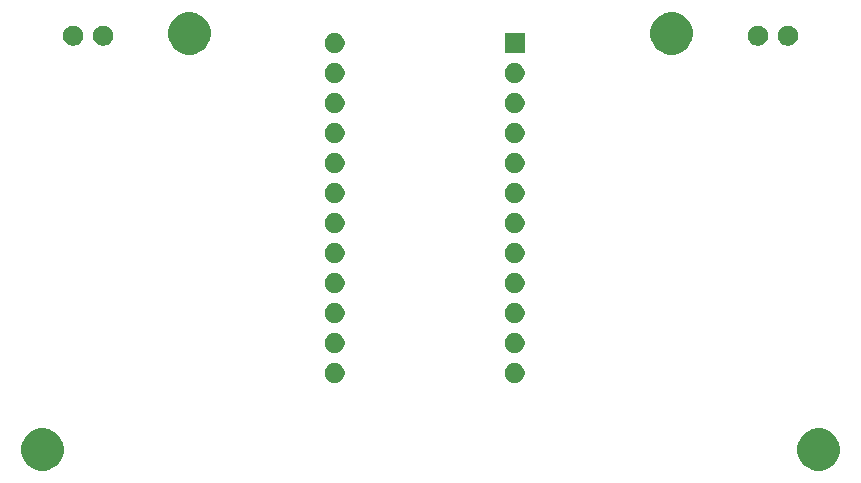
<source format=gbr>
G04 #@! TF.GenerationSoftware,KiCad,Pcbnew,5.0.2+dfsg1-1~bpo9+1*
G04 #@! TF.CreationDate,2018-12-22T15:32:15+00:00*
G04 #@! TF.ProjectId,arduino_controller,61726475-696e-46f5-9f63-6f6e74726f6c,rev?*
G04 #@! TF.SameCoordinates,Original*
G04 #@! TF.FileFunction,Soldermask,Bot*
G04 #@! TF.FilePolarity,Negative*
%FSLAX46Y46*%
G04 Gerber Fmt 4.6, Leading zero omitted, Abs format (unit mm)*
G04 Created by KiCad (PCBNEW 5.0.2+dfsg1-1~bpo9+1) date Sat 22 Dec 2018 15:32:15 GMT*
%MOMM*%
%LPD*%
G01*
G04 APERTURE LIST*
%ADD10C,0.100000*%
G04 APERTURE END LIST*
D10*
G36*
X83773831Y-185212211D02*
X84101592Y-185347974D01*
X84396573Y-185545074D01*
X84647426Y-185795927D01*
X84844526Y-186090908D01*
X84980289Y-186418669D01*
X85049500Y-186766616D01*
X85049500Y-187121384D01*
X84980289Y-187469331D01*
X84844526Y-187797092D01*
X84647426Y-188092073D01*
X84396573Y-188342926D01*
X84101592Y-188540026D01*
X83773831Y-188675789D01*
X83425884Y-188745000D01*
X83071116Y-188745000D01*
X82723169Y-188675789D01*
X82395408Y-188540026D01*
X82100427Y-188342926D01*
X81849574Y-188092073D01*
X81652474Y-187797092D01*
X81516711Y-187469331D01*
X81447500Y-187121384D01*
X81447500Y-186766616D01*
X81516711Y-186418669D01*
X81652474Y-186090908D01*
X81849574Y-185795927D01*
X82100427Y-185545074D01*
X82395408Y-185347974D01*
X82723169Y-185212211D01*
X83071116Y-185143000D01*
X83425884Y-185143000D01*
X83773831Y-185212211D01*
X83773831Y-185212211D01*
G37*
G36*
X18051331Y-185212211D02*
X18379092Y-185347974D01*
X18674073Y-185545074D01*
X18924926Y-185795927D01*
X19122026Y-186090908D01*
X19257789Y-186418669D01*
X19327000Y-186766616D01*
X19327000Y-187121384D01*
X19257789Y-187469331D01*
X19122026Y-187797092D01*
X18924926Y-188092073D01*
X18674073Y-188342926D01*
X18379092Y-188540026D01*
X18051331Y-188675789D01*
X17703384Y-188745000D01*
X17348616Y-188745000D01*
X17000669Y-188675789D01*
X16672908Y-188540026D01*
X16377927Y-188342926D01*
X16127074Y-188092073D01*
X15929974Y-187797092D01*
X15794211Y-187469331D01*
X15725000Y-187121384D01*
X15725000Y-186766616D01*
X15794211Y-186418669D01*
X15929974Y-186090908D01*
X16127074Y-185795927D01*
X16377927Y-185545074D01*
X16672908Y-185347974D01*
X17000669Y-185212211D01*
X17348616Y-185143000D01*
X17703384Y-185143000D01*
X18051331Y-185212211D01*
X18051331Y-185212211D01*
G37*
G36*
X57753728Y-179631203D02*
X57908600Y-179695353D01*
X58047981Y-179788485D01*
X58166515Y-179907019D01*
X58259647Y-180046400D01*
X58323797Y-180201272D01*
X58356500Y-180365684D01*
X58356500Y-180533316D01*
X58323797Y-180697728D01*
X58259647Y-180852600D01*
X58166515Y-180991981D01*
X58047981Y-181110515D01*
X57908600Y-181203647D01*
X57753728Y-181267797D01*
X57589316Y-181300500D01*
X57421684Y-181300500D01*
X57257272Y-181267797D01*
X57102400Y-181203647D01*
X56963019Y-181110515D01*
X56844485Y-180991981D01*
X56751353Y-180852600D01*
X56687203Y-180697728D01*
X56654500Y-180533316D01*
X56654500Y-180365684D01*
X56687203Y-180201272D01*
X56751353Y-180046400D01*
X56844485Y-179907019D01*
X56963019Y-179788485D01*
X57102400Y-179695353D01*
X57257272Y-179631203D01*
X57421684Y-179598500D01*
X57589316Y-179598500D01*
X57753728Y-179631203D01*
X57753728Y-179631203D01*
G37*
G36*
X42513728Y-179631203D02*
X42668600Y-179695353D01*
X42807981Y-179788485D01*
X42926515Y-179907019D01*
X43019647Y-180046400D01*
X43083797Y-180201272D01*
X43116500Y-180365684D01*
X43116500Y-180533316D01*
X43083797Y-180697728D01*
X43019647Y-180852600D01*
X42926515Y-180991981D01*
X42807981Y-181110515D01*
X42668600Y-181203647D01*
X42513728Y-181267797D01*
X42349316Y-181300500D01*
X42181684Y-181300500D01*
X42017272Y-181267797D01*
X41862400Y-181203647D01*
X41723019Y-181110515D01*
X41604485Y-180991981D01*
X41511353Y-180852600D01*
X41447203Y-180697728D01*
X41414500Y-180533316D01*
X41414500Y-180365684D01*
X41447203Y-180201272D01*
X41511353Y-180046400D01*
X41604485Y-179907019D01*
X41723019Y-179788485D01*
X41862400Y-179695353D01*
X42017272Y-179631203D01*
X42181684Y-179598500D01*
X42349316Y-179598500D01*
X42513728Y-179631203D01*
X42513728Y-179631203D01*
G37*
G36*
X57753728Y-177091203D02*
X57908600Y-177155353D01*
X58047981Y-177248485D01*
X58166515Y-177367019D01*
X58259647Y-177506400D01*
X58323797Y-177661272D01*
X58356500Y-177825684D01*
X58356500Y-177993316D01*
X58323797Y-178157728D01*
X58259647Y-178312600D01*
X58166515Y-178451981D01*
X58047981Y-178570515D01*
X57908600Y-178663647D01*
X57753728Y-178727797D01*
X57589316Y-178760500D01*
X57421684Y-178760500D01*
X57257272Y-178727797D01*
X57102400Y-178663647D01*
X56963019Y-178570515D01*
X56844485Y-178451981D01*
X56751353Y-178312600D01*
X56687203Y-178157728D01*
X56654500Y-177993316D01*
X56654500Y-177825684D01*
X56687203Y-177661272D01*
X56751353Y-177506400D01*
X56844485Y-177367019D01*
X56963019Y-177248485D01*
X57102400Y-177155353D01*
X57257272Y-177091203D01*
X57421684Y-177058500D01*
X57589316Y-177058500D01*
X57753728Y-177091203D01*
X57753728Y-177091203D01*
G37*
G36*
X42513728Y-177091203D02*
X42668600Y-177155353D01*
X42807981Y-177248485D01*
X42926515Y-177367019D01*
X43019647Y-177506400D01*
X43083797Y-177661272D01*
X43116500Y-177825684D01*
X43116500Y-177993316D01*
X43083797Y-178157728D01*
X43019647Y-178312600D01*
X42926515Y-178451981D01*
X42807981Y-178570515D01*
X42668600Y-178663647D01*
X42513728Y-178727797D01*
X42349316Y-178760500D01*
X42181684Y-178760500D01*
X42017272Y-178727797D01*
X41862400Y-178663647D01*
X41723019Y-178570515D01*
X41604485Y-178451981D01*
X41511353Y-178312600D01*
X41447203Y-178157728D01*
X41414500Y-177993316D01*
X41414500Y-177825684D01*
X41447203Y-177661272D01*
X41511353Y-177506400D01*
X41604485Y-177367019D01*
X41723019Y-177248485D01*
X41862400Y-177155353D01*
X42017272Y-177091203D01*
X42181684Y-177058500D01*
X42349316Y-177058500D01*
X42513728Y-177091203D01*
X42513728Y-177091203D01*
G37*
G36*
X57753728Y-174551203D02*
X57908600Y-174615353D01*
X58047981Y-174708485D01*
X58166515Y-174827019D01*
X58259647Y-174966400D01*
X58323797Y-175121272D01*
X58356500Y-175285684D01*
X58356500Y-175453316D01*
X58323797Y-175617728D01*
X58259647Y-175772600D01*
X58166515Y-175911981D01*
X58047981Y-176030515D01*
X57908600Y-176123647D01*
X57753728Y-176187797D01*
X57589316Y-176220500D01*
X57421684Y-176220500D01*
X57257272Y-176187797D01*
X57102400Y-176123647D01*
X56963019Y-176030515D01*
X56844485Y-175911981D01*
X56751353Y-175772600D01*
X56687203Y-175617728D01*
X56654500Y-175453316D01*
X56654500Y-175285684D01*
X56687203Y-175121272D01*
X56751353Y-174966400D01*
X56844485Y-174827019D01*
X56963019Y-174708485D01*
X57102400Y-174615353D01*
X57257272Y-174551203D01*
X57421684Y-174518500D01*
X57589316Y-174518500D01*
X57753728Y-174551203D01*
X57753728Y-174551203D01*
G37*
G36*
X42513728Y-174551203D02*
X42668600Y-174615353D01*
X42807981Y-174708485D01*
X42926515Y-174827019D01*
X43019647Y-174966400D01*
X43083797Y-175121272D01*
X43116500Y-175285684D01*
X43116500Y-175453316D01*
X43083797Y-175617728D01*
X43019647Y-175772600D01*
X42926515Y-175911981D01*
X42807981Y-176030515D01*
X42668600Y-176123647D01*
X42513728Y-176187797D01*
X42349316Y-176220500D01*
X42181684Y-176220500D01*
X42017272Y-176187797D01*
X41862400Y-176123647D01*
X41723019Y-176030515D01*
X41604485Y-175911981D01*
X41511353Y-175772600D01*
X41447203Y-175617728D01*
X41414500Y-175453316D01*
X41414500Y-175285684D01*
X41447203Y-175121272D01*
X41511353Y-174966400D01*
X41604485Y-174827019D01*
X41723019Y-174708485D01*
X41862400Y-174615353D01*
X42017272Y-174551203D01*
X42181684Y-174518500D01*
X42349316Y-174518500D01*
X42513728Y-174551203D01*
X42513728Y-174551203D01*
G37*
G36*
X57753728Y-172011203D02*
X57908600Y-172075353D01*
X58047981Y-172168485D01*
X58166515Y-172287019D01*
X58259647Y-172426400D01*
X58323797Y-172581272D01*
X58356500Y-172745684D01*
X58356500Y-172913316D01*
X58323797Y-173077728D01*
X58259647Y-173232600D01*
X58166515Y-173371981D01*
X58047981Y-173490515D01*
X57908600Y-173583647D01*
X57753728Y-173647797D01*
X57589316Y-173680500D01*
X57421684Y-173680500D01*
X57257272Y-173647797D01*
X57102400Y-173583647D01*
X56963019Y-173490515D01*
X56844485Y-173371981D01*
X56751353Y-173232600D01*
X56687203Y-173077728D01*
X56654500Y-172913316D01*
X56654500Y-172745684D01*
X56687203Y-172581272D01*
X56751353Y-172426400D01*
X56844485Y-172287019D01*
X56963019Y-172168485D01*
X57102400Y-172075353D01*
X57257272Y-172011203D01*
X57421684Y-171978500D01*
X57589316Y-171978500D01*
X57753728Y-172011203D01*
X57753728Y-172011203D01*
G37*
G36*
X42513728Y-172011203D02*
X42668600Y-172075353D01*
X42807981Y-172168485D01*
X42926515Y-172287019D01*
X43019647Y-172426400D01*
X43083797Y-172581272D01*
X43116500Y-172745684D01*
X43116500Y-172913316D01*
X43083797Y-173077728D01*
X43019647Y-173232600D01*
X42926515Y-173371981D01*
X42807981Y-173490515D01*
X42668600Y-173583647D01*
X42513728Y-173647797D01*
X42349316Y-173680500D01*
X42181684Y-173680500D01*
X42017272Y-173647797D01*
X41862400Y-173583647D01*
X41723019Y-173490515D01*
X41604485Y-173371981D01*
X41511353Y-173232600D01*
X41447203Y-173077728D01*
X41414500Y-172913316D01*
X41414500Y-172745684D01*
X41447203Y-172581272D01*
X41511353Y-172426400D01*
X41604485Y-172287019D01*
X41723019Y-172168485D01*
X41862400Y-172075353D01*
X42017272Y-172011203D01*
X42181684Y-171978500D01*
X42349316Y-171978500D01*
X42513728Y-172011203D01*
X42513728Y-172011203D01*
G37*
G36*
X57753728Y-169471203D02*
X57908600Y-169535353D01*
X58047981Y-169628485D01*
X58166515Y-169747019D01*
X58259647Y-169886400D01*
X58323797Y-170041272D01*
X58356500Y-170205684D01*
X58356500Y-170373316D01*
X58323797Y-170537728D01*
X58259647Y-170692600D01*
X58166515Y-170831981D01*
X58047981Y-170950515D01*
X57908600Y-171043647D01*
X57753728Y-171107797D01*
X57589316Y-171140500D01*
X57421684Y-171140500D01*
X57257272Y-171107797D01*
X57102400Y-171043647D01*
X56963019Y-170950515D01*
X56844485Y-170831981D01*
X56751353Y-170692600D01*
X56687203Y-170537728D01*
X56654500Y-170373316D01*
X56654500Y-170205684D01*
X56687203Y-170041272D01*
X56751353Y-169886400D01*
X56844485Y-169747019D01*
X56963019Y-169628485D01*
X57102400Y-169535353D01*
X57257272Y-169471203D01*
X57421684Y-169438500D01*
X57589316Y-169438500D01*
X57753728Y-169471203D01*
X57753728Y-169471203D01*
G37*
G36*
X42513728Y-169471203D02*
X42668600Y-169535353D01*
X42807981Y-169628485D01*
X42926515Y-169747019D01*
X43019647Y-169886400D01*
X43083797Y-170041272D01*
X43116500Y-170205684D01*
X43116500Y-170373316D01*
X43083797Y-170537728D01*
X43019647Y-170692600D01*
X42926515Y-170831981D01*
X42807981Y-170950515D01*
X42668600Y-171043647D01*
X42513728Y-171107797D01*
X42349316Y-171140500D01*
X42181684Y-171140500D01*
X42017272Y-171107797D01*
X41862400Y-171043647D01*
X41723019Y-170950515D01*
X41604485Y-170831981D01*
X41511353Y-170692600D01*
X41447203Y-170537728D01*
X41414500Y-170373316D01*
X41414500Y-170205684D01*
X41447203Y-170041272D01*
X41511353Y-169886400D01*
X41604485Y-169747019D01*
X41723019Y-169628485D01*
X41862400Y-169535353D01*
X42017272Y-169471203D01*
X42181684Y-169438500D01*
X42349316Y-169438500D01*
X42513728Y-169471203D01*
X42513728Y-169471203D01*
G37*
G36*
X57753728Y-166931203D02*
X57908600Y-166995353D01*
X58047981Y-167088485D01*
X58166515Y-167207019D01*
X58259647Y-167346400D01*
X58323797Y-167501272D01*
X58356500Y-167665684D01*
X58356500Y-167833316D01*
X58323797Y-167997728D01*
X58259647Y-168152600D01*
X58166515Y-168291981D01*
X58047981Y-168410515D01*
X57908600Y-168503647D01*
X57753728Y-168567797D01*
X57589316Y-168600500D01*
X57421684Y-168600500D01*
X57257272Y-168567797D01*
X57102400Y-168503647D01*
X56963019Y-168410515D01*
X56844485Y-168291981D01*
X56751353Y-168152600D01*
X56687203Y-167997728D01*
X56654500Y-167833316D01*
X56654500Y-167665684D01*
X56687203Y-167501272D01*
X56751353Y-167346400D01*
X56844485Y-167207019D01*
X56963019Y-167088485D01*
X57102400Y-166995353D01*
X57257272Y-166931203D01*
X57421684Y-166898500D01*
X57589316Y-166898500D01*
X57753728Y-166931203D01*
X57753728Y-166931203D01*
G37*
G36*
X42513728Y-166931203D02*
X42668600Y-166995353D01*
X42807981Y-167088485D01*
X42926515Y-167207019D01*
X43019647Y-167346400D01*
X43083797Y-167501272D01*
X43116500Y-167665684D01*
X43116500Y-167833316D01*
X43083797Y-167997728D01*
X43019647Y-168152600D01*
X42926515Y-168291981D01*
X42807981Y-168410515D01*
X42668600Y-168503647D01*
X42513728Y-168567797D01*
X42349316Y-168600500D01*
X42181684Y-168600500D01*
X42017272Y-168567797D01*
X41862400Y-168503647D01*
X41723019Y-168410515D01*
X41604485Y-168291981D01*
X41511353Y-168152600D01*
X41447203Y-167997728D01*
X41414500Y-167833316D01*
X41414500Y-167665684D01*
X41447203Y-167501272D01*
X41511353Y-167346400D01*
X41604485Y-167207019D01*
X41723019Y-167088485D01*
X41862400Y-166995353D01*
X42017272Y-166931203D01*
X42181684Y-166898500D01*
X42349316Y-166898500D01*
X42513728Y-166931203D01*
X42513728Y-166931203D01*
G37*
G36*
X42513728Y-164391203D02*
X42668600Y-164455353D01*
X42807981Y-164548485D01*
X42926515Y-164667019D01*
X43019647Y-164806400D01*
X43083797Y-164961272D01*
X43116500Y-165125684D01*
X43116500Y-165293316D01*
X43083797Y-165457728D01*
X43019647Y-165612600D01*
X42926515Y-165751981D01*
X42807981Y-165870515D01*
X42668600Y-165963647D01*
X42513728Y-166027797D01*
X42349316Y-166060500D01*
X42181684Y-166060500D01*
X42017272Y-166027797D01*
X41862400Y-165963647D01*
X41723019Y-165870515D01*
X41604485Y-165751981D01*
X41511353Y-165612600D01*
X41447203Y-165457728D01*
X41414500Y-165293316D01*
X41414500Y-165125684D01*
X41447203Y-164961272D01*
X41511353Y-164806400D01*
X41604485Y-164667019D01*
X41723019Y-164548485D01*
X41862400Y-164455353D01*
X42017272Y-164391203D01*
X42181684Y-164358500D01*
X42349316Y-164358500D01*
X42513728Y-164391203D01*
X42513728Y-164391203D01*
G37*
G36*
X57753728Y-164391203D02*
X57908600Y-164455353D01*
X58047981Y-164548485D01*
X58166515Y-164667019D01*
X58259647Y-164806400D01*
X58323797Y-164961272D01*
X58356500Y-165125684D01*
X58356500Y-165293316D01*
X58323797Y-165457728D01*
X58259647Y-165612600D01*
X58166515Y-165751981D01*
X58047981Y-165870515D01*
X57908600Y-165963647D01*
X57753728Y-166027797D01*
X57589316Y-166060500D01*
X57421684Y-166060500D01*
X57257272Y-166027797D01*
X57102400Y-165963647D01*
X56963019Y-165870515D01*
X56844485Y-165751981D01*
X56751353Y-165612600D01*
X56687203Y-165457728D01*
X56654500Y-165293316D01*
X56654500Y-165125684D01*
X56687203Y-164961272D01*
X56751353Y-164806400D01*
X56844485Y-164667019D01*
X56963019Y-164548485D01*
X57102400Y-164455353D01*
X57257272Y-164391203D01*
X57421684Y-164358500D01*
X57589316Y-164358500D01*
X57753728Y-164391203D01*
X57753728Y-164391203D01*
G37*
G36*
X57753728Y-161851203D02*
X57908600Y-161915353D01*
X58047981Y-162008485D01*
X58166515Y-162127019D01*
X58259647Y-162266400D01*
X58323797Y-162421272D01*
X58356500Y-162585684D01*
X58356500Y-162753316D01*
X58323797Y-162917728D01*
X58259647Y-163072600D01*
X58166515Y-163211981D01*
X58047981Y-163330515D01*
X57908600Y-163423647D01*
X57753728Y-163487797D01*
X57589316Y-163520500D01*
X57421684Y-163520500D01*
X57257272Y-163487797D01*
X57102400Y-163423647D01*
X56963019Y-163330515D01*
X56844485Y-163211981D01*
X56751353Y-163072600D01*
X56687203Y-162917728D01*
X56654500Y-162753316D01*
X56654500Y-162585684D01*
X56687203Y-162421272D01*
X56751353Y-162266400D01*
X56844485Y-162127019D01*
X56963019Y-162008485D01*
X57102400Y-161915353D01*
X57257272Y-161851203D01*
X57421684Y-161818500D01*
X57589316Y-161818500D01*
X57753728Y-161851203D01*
X57753728Y-161851203D01*
G37*
G36*
X42513728Y-161851203D02*
X42668600Y-161915353D01*
X42807981Y-162008485D01*
X42926515Y-162127019D01*
X43019647Y-162266400D01*
X43083797Y-162421272D01*
X43116500Y-162585684D01*
X43116500Y-162753316D01*
X43083797Y-162917728D01*
X43019647Y-163072600D01*
X42926515Y-163211981D01*
X42807981Y-163330515D01*
X42668600Y-163423647D01*
X42513728Y-163487797D01*
X42349316Y-163520500D01*
X42181684Y-163520500D01*
X42017272Y-163487797D01*
X41862400Y-163423647D01*
X41723019Y-163330515D01*
X41604485Y-163211981D01*
X41511353Y-163072600D01*
X41447203Y-162917728D01*
X41414500Y-162753316D01*
X41414500Y-162585684D01*
X41447203Y-162421272D01*
X41511353Y-162266400D01*
X41604485Y-162127019D01*
X41723019Y-162008485D01*
X41862400Y-161915353D01*
X42017272Y-161851203D01*
X42181684Y-161818500D01*
X42349316Y-161818500D01*
X42513728Y-161851203D01*
X42513728Y-161851203D01*
G37*
G36*
X42513728Y-159311203D02*
X42668600Y-159375353D01*
X42807981Y-159468485D01*
X42926515Y-159587019D01*
X43019647Y-159726400D01*
X43083797Y-159881272D01*
X43116500Y-160045684D01*
X43116500Y-160213316D01*
X43083797Y-160377728D01*
X43019647Y-160532600D01*
X42926515Y-160671981D01*
X42807981Y-160790515D01*
X42668600Y-160883647D01*
X42513728Y-160947797D01*
X42349316Y-160980500D01*
X42181684Y-160980500D01*
X42017272Y-160947797D01*
X41862400Y-160883647D01*
X41723019Y-160790515D01*
X41604485Y-160671981D01*
X41511353Y-160532600D01*
X41447203Y-160377728D01*
X41414500Y-160213316D01*
X41414500Y-160045684D01*
X41447203Y-159881272D01*
X41511353Y-159726400D01*
X41604485Y-159587019D01*
X41723019Y-159468485D01*
X41862400Y-159375353D01*
X42017272Y-159311203D01*
X42181684Y-159278500D01*
X42349316Y-159278500D01*
X42513728Y-159311203D01*
X42513728Y-159311203D01*
G37*
G36*
X57753728Y-159311203D02*
X57908600Y-159375353D01*
X58047981Y-159468485D01*
X58166515Y-159587019D01*
X58259647Y-159726400D01*
X58323797Y-159881272D01*
X58356500Y-160045684D01*
X58356500Y-160213316D01*
X58323797Y-160377728D01*
X58259647Y-160532600D01*
X58166515Y-160671981D01*
X58047981Y-160790515D01*
X57908600Y-160883647D01*
X57753728Y-160947797D01*
X57589316Y-160980500D01*
X57421684Y-160980500D01*
X57257272Y-160947797D01*
X57102400Y-160883647D01*
X56963019Y-160790515D01*
X56844485Y-160671981D01*
X56751353Y-160532600D01*
X56687203Y-160377728D01*
X56654500Y-160213316D01*
X56654500Y-160045684D01*
X56687203Y-159881272D01*
X56751353Y-159726400D01*
X56844485Y-159587019D01*
X56963019Y-159468485D01*
X57102400Y-159375353D01*
X57257272Y-159311203D01*
X57421684Y-159278500D01*
X57589316Y-159278500D01*
X57753728Y-159311203D01*
X57753728Y-159311203D01*
G37*
G36*
X42513728Y-156771203D02*
X42668600Y-156835353D01*
X42807981Y-156928485D01*
X42926515Y-157047019D01*
X43019647Y-157186400D01*
X43083797Y-157341272D01*
X43116500Y-157505684D01*
X43116500Y-157673316D01*
X43083797Y-157837728D01*
X43019647Y-157992600D01*
X42926515Y-158131981D01*
X42807981Y-158250515D01*
X42668600Y-158343647D01*
X42513728Y-158407797D01*
X42349316Y-158440500D01*
X42181684Y-158440500D01*
X42017272Y-158407797D01*
X41862400Y-158343647D01*
X41723019Y-158250515D01*
X41604485Y-158131981D01*
X41511353Y-157992600D01*
X41447203Y-157837728D01*
X41414500Y-157673316D01*
X41414500Y-157505684D01*
X41447203Y-157341272D01*
X41511353Y-157186400D01*
X41604485Y-157047019D01*
X41723019Y-156928485D01*
X41862400Y-156835353D01*
X42017272Y-156771203D01*
X42181684Y-156738500D01*
X42349316Y-156738500D01*
X42513728Y-156771203D01*
X42513728Y-156771203D01*
G37*
G36*
X57753728Y-156771203D02*
X57908600Y-156835353D01*
X58047981Y-156928485D01*
X58166515Y-157047019D01*
X58259647Y-157186400D01*
X58323797Y-157341272D01*
X58356500Y-157505684D01*
X58356500Y-157673316D01*
X58323797Y-157837728D01*
X58259647Y-157992600D01*
X58166515Y-158131981D01*
X58047981Y-158250515D01*
X57908600Y-158343647D01*
X57753728Y-158407797D01*
X57589316Y-158440500D01*
X57421684Y-158440500D01*
X57257272Y-158407797D01*
X57102400Y-158343647D01*
X56963019Y-158250515D01*
X56844485Y-158131981D01*
X56751353Y-157992600D01*
X56687203Y-157837728D01*
X56654500Y-157673316D01*
X56654500Y-157505684D01*
X56687203Y-157341272D01*
X56751353Y-157186400D01*
X56844485Y-157047019D01*
X56963019Y-156928485D01*
X57102400Y-156835353D01*
X57257272Y-156771203D01*
X57421684Y-156738500D01*
X57589316Y-156738500D01*
X57753728Y-156771203D01*
X57753728Y-156771203D01*
G37*
G36*
X57753728Y-154231203D02*
X57908600Y-154295353D01*
X58047981Y-154388485D01*
X58166515Y-154507019D01*
X58259647Y-154646400D01*
X58323797Y-154801272D01*
X58356500Y-154965684D01*
X58356500Y-155133316D01*
X58323797Y-155297728D01*
X58259647Y-155452600D01*
X58166515Y-155591981D01*
X58047981Y-155710515D01*
X57908600Y-155803647D01*
X57753728Y-155867797D01*
X57589316Y-155900500D01*
X57421684Y-155900500D01*
X57257272Y-155867797D01*
X57102400Y-155803647D01*
X56963019Y-155710515D01*
X56844485Y-155591981D01*
X56751353Y-155452600D01*
X56687203Y-155297728D01*
X56654500Y-155133316D01*
X56654500Y-154965684D01*
X56687203Y-154801272D01*
X56751353Y-154646400D01*
X56844485Y-154507019D01*
X56963019Y-154388485D01*
X57102400Y-154295353D01*
X57257272Y-154231203D01*
X57421684Y-154198500D01*
X57589316Y-154198500D01*
X57753728Y-154231203D01*
X57753728Y-154231203D01*
G37*
G36*
X42513728Y-154231203D02*
X42668600Y-154295353D01*
X42807981Y-154388485D01*
X42926515Y-154507019D01*
X43019647Y-154646400D01*
X43083797Y-154801272D01*
X43116500Y-154965684D01*
X43116500Y-155133316D01*
X43083797Y-155297728D01*
X43019647Y-155452600D01*
X42926515Y-155591981D01*
X42807981Y-155710515D01*
X42668600Y-155803647D01*
X42513728Y-155867797D01*
X42349316Y-155900500D01*
X42181684Y-155900500D01*
X42017272Y-155867797D01*
X41862400Y-155803647D01*
X41723019Y-155710515D01*
X41604485Y-155591981D01*
X41511353Y-155452600D01*
X41447203Y-155297728D01*
X41414500Y-155133316D01*
X41414500Y-154965684D01*
X41447203Y-154801272D01*
X41511353Y-154646400D01*
X41604485Y-154507019D01*
X41723019Y-154388485D01*
X41862400Y-154295353D01*
X42017272Y-154231203D01*
X42181684Y-154198500D01*
X42349316Y-154198500D01*
X42513728Y-154231203D01*
X42513728Y-154231203D01*
G37*
G36*
X30497331Y-149969711D02*
X30825092Y-150105474D01*
X31120073Y-150302574D01*
X31370926Y-150553427D01*
X31568026Y-150848408D01*
X31703789Y-151176169D01*
X31773000Y-151524116D01*
X31773000Y-151878884D01*
X31703789Y-152226831D01*
X31568026Y-152554592D01*
X31370926Y-152849573D01*
X31120073Y-153100426D01*
X30825092Y-153297526D01*
X30497331Y-153433289D01*
X30149384Y-153502500D01*
X29794616Y-153502500D01*
X29446669Y-153433289D01*
X29118908Y-153297526D01*
X28823927Y-153100426D01*
X28573074Y-152849573D01*
X28375974Y-152554592D01*
X28240211Y-152226831D01*
X28171000Y-151878884D01*
X28171000Y-151524116D01*
X28240211Y-151176169D01*
X28375974Y-150848408D01*
X28573074Y-150553427D01*
X28823927Y-150302574D01*
X29118908Y-150105474D01*
X29446669Y-149969711D01*
X29794616Y-149900500D01*
X30149384Y-149900500D01*
X30497331Y-149969711D01*
X30497331Y-149969711D01*
G37*
G36*
X71327831Y-149969711D02*
X71655592Y-150105474D01*
X71950573Y-150302574D01*
X72201426Y-150553427D01*
X72398526Y-150848408D01*
X72534289Y-151176169D01*
X72603500Y-151524116D01*
X72603500Y-151878884D01*
X72534289Y-152226831D01*
X72398526Y-152554592D01*
X72201426Y-152849573D01*
X71950573Y-153100426D01*
X71655592Y-153297526D01*
X71327831Y-153433289D01*
X70979884Y-153502500D01*
X70625116Y-153502500D01*
X70277169Y-153433289D01*
X69949408Y-153297526D01*
X69654427Y-153100426D01*
X69403574Y-152849573D01*
X69206474Y-152554592D01*
X69070711Y-152226831D01*
X69001500Y-151878884D01*
X69001500Y-151524116D01*
X69070711Y-151176169D01*
X69206474Y-150848408D01*
X69403574Y-150553427D01*
X69654427Y-150302574D01*
X69949408Y-150105474D01*
X70277169Y-149969711D01*
X70625116Y-149900500D01*
X70979884Y-149900500D01*
X71327831Y-149969711D01*
X71327831Y-149969711D01*
G37*
G36*
X42513728Y-151691203D02*
X42668600Y-151755353D01*
X42807981Y-151848485D01*
X42926515Y-151967019D01*
X43019647Y-152106400D01*
X43083797Y-152261272D01*
X43116500Y-152425684D01*
X43116500Y-152593316D01*
X43083797Y-152757728D01*
X43019647Y-152912600D01*
X42926515Y-153051981D01*
X42807981Y-153170515D01*
X42668600Y-153263647D01*
X42513728Y-153327797D01*
X42349316Y-153360500D01*
X42181684Y-153360500D01*
X42017272Y-153327797D01*
X41862400Y-153263647D01*
X41723019Y-153170515D01*
X41604485Y-153051981D01*
X41511353Y-152912600D01*
X41447203Y-152757728D01*
X41414500Y-152593316D01*
X41414500Y-152425684D01*
X41447203Y-152261272D01*
X41511353Y-152106400D01*
X41604485Y-151967019D01*
X41723019Y-151848485D01*
X41862400Y-151755353D01*
X42017272Y-151691203D01*
X42181684Y-151658500D01*
X42349316Y-151658500D01*
X42513728Y-151691203D01*
X42513728Y-151691203D01*
G37*
G36*
X58356500Y-153360500D02*
X56654500Y-153360500D01*
X56654500Y-151658500D01*
X58356500Y-151658500D01*
X58356500Y-153360500D01*
X58356500Y-153360500D01*
G37*
G36*
X20377728Y-151073703D02*
X20532600Y-151137853D01*
X20671981Y-151230985D01*
X20790515Y-151349519D01*
X20883647Y-151488900D01*
X20947797Y-151643772D01*
X20980500Y-151808184D01*
X20980500Y-151975816D01*
X20947797Y-152140228D01*
X20883647Y-152295100D01*
X20790515Y-152434481D01*
X20671981Y-152553015D01*
X20532600Y-152646147D01*
X20377728Y-152710297D01*
X20213316Y-152743000D01*
X20045684Y-152743000D01*
X19881272Y-152710297D01*
X19726400Y-152646147D01*
X19587019Y-152553015D01*
X19468485Y-152434481D01*
X19375353Y-152295100D01*
X19311203Y-152140228D01*
X19278500Y-151975816D01*
X19278500Y-151808184D01*
X19311203Y-151643772D01*
X19375353Y-151488900D01*
X19468485Y-151349519D01*
X19587019Y-151230985D01*
X19726400Y-151137853D01*
X19881272Y-151073703D01*
X20045684Y-151041000D01*
X20213316Y-151041000D01*
X20377728Y-151073703D01*
X20377728Y-151073703D01*
G37*
G36*
X22917728Y-151073703D02*
X23072600Y-151137853D01*
X23211981Y-151230985D01*
X23330515Y-151349519D01*
X23423647Y-151488900D01*
X23487797Y-151643772D01*
X23520500Y-151808184D01*
X23520500Y-151975816D01*
X23487797Y-152140228D01*
X23423647Y-152295100D01*
X23330515Y-152434481D01*
X23211981Y-152553015D01*
X23072600Y-152646147D01*
X22917728Y-152710297D01*
X22753316Y-152743000D01*
X22585684Y-152743000D01*
X22421272Y-152710297D01*
X22266400Y-152646147D01*
X22127019Y-152553015D01*
X22008485Y-152434481D01*
X21915353Y-152295100D01*
X21851203Y-152140228D01*
X21818500Y-151975816D01*
X21818500Y-151808184D01*
X21851203Y-151643772D01*
X21915353Y-151488900D01*
X22008485Y-151349519D01*
X22127019Y-151230985D01*
X22266400Y-151137853D01*
X22421272Y-151073703D01*
X22585684Y-151041000D01*
X22753316Y-151041000D01*
X22917728Y-151073703D01*
X22917728Y-151073703D01*
G37*
G36*
X78353228Y-151073703D02*
X78508100Y-151137853D01*
X78647481Y-151230985D01*
X78766015Y-151349519D01*
X78859147Y-151488900D01*
X78923297Y-151643772D01*
X78956000Y-151808184D01*
X78956000Y-151975816D01*
X78923297Y-152140228D01*
X78859147Y-152295100D01*
X78766015Y-152434481D01*
X78647481Y-152553015D01*
X78508100Y-152646147D01*
X78353228Y-152710297D01*
X78188816Y-152743000D01*
X78021184Y-152743000D01*
X77856772Y-152710297D01*
X77701900Y-152646147D01*
X77562519Y-152553015D01*
X77443985Y-152434481D01*
X77350853Y-152295100D01*
X77286703Y-152140228D01*
X77254000Y-151975816D01*
X77254000Y-151808184D01*
X77286703Y-151643772D01*
X77350853Y-151488900D01*
X77443985Y-151349519D01*
X77562519Y-151230985D01*
X77701900Y-151137853D01*
X77856772Y-151073703D01*
X78021184Y-151041000D01*
X78188816Y-151041000D01*
X78353228Y-151073703D01*
X78353228Y-151073703D01*
G37*
G36*
X80893228Y-151073703D02*
X81048100Y-151137853D01*
X81187481Y-151230985D01*
X81306015Y-151349519D01*
X81399147Y-151488900D01*
X81463297Y-151643772D01*
X81496000Y-151808184D01*
X81496000Y-151975816D01*
X81463297Y-152140228D01*
X81399147Y-152295100D01*
X81306015Y-152434481D01*
X81187481Y-152553015D01*
X81048100Y-152646147D01*
X80893228Y-152710297D01*
X80728816Y-152743000D01*
X80561184Y-152743000D01*
X80396772Y-152710297D01*
X80241900Y-152646147D01*
X80102519Y-152553015D01*
X79983985Y-152434481D01*
X79890853Y-152295100D01*
X79826703Y-152140228D01*
X79794000Y-151975816D01*
X79794000Y-151808184D01*
X79826703Y-151643772D01*
X79890853Y-151488900D01*
X79983985Y-151349519D01*
X80102519Y-151230985D01*
X80241900Y-151137853D01*
X80396772Y-151073703D01*
X80561184Y-151041000D01*
X80728816Y-151041000D01*
X80893228Y-151073703D01*
X80893228Y-151073703D01*
G37*
M02*

</source>
